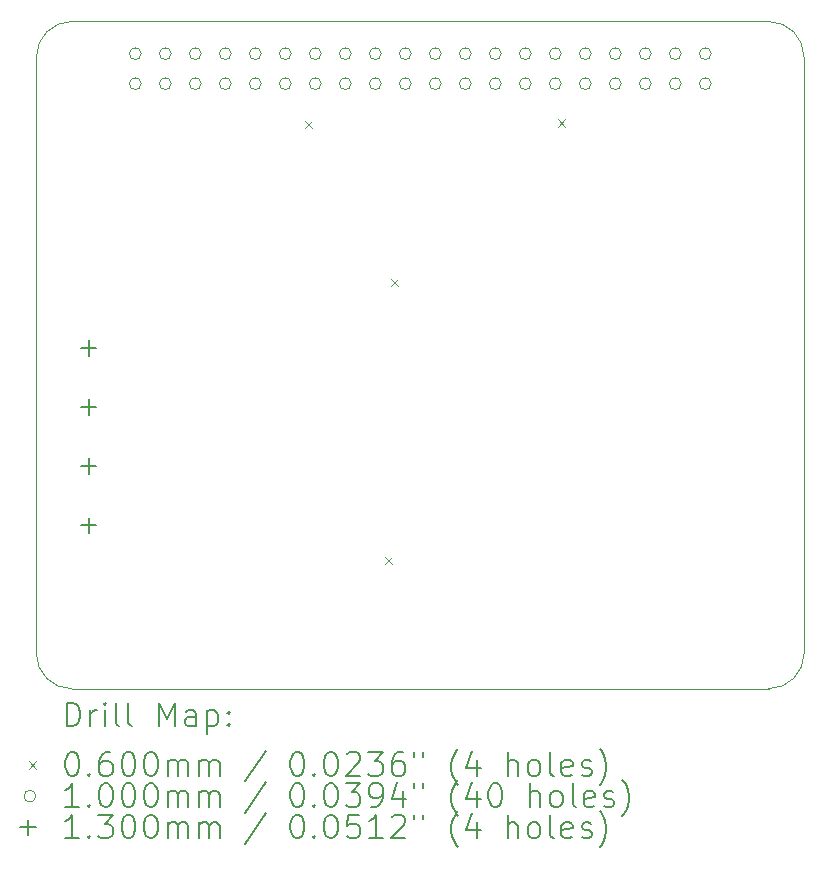
<source format=gbr>
%TF.GenerationSoftware,KiCad,Pcbnew,8.0.6-8.0.6-0~ubuntu22.04.1*%
%TF.CreationDate,2024-11-13T10:01:46+01:00*%
%TF.ProjectId,INA228_hat,494e4132-3238-45f6-9861-742e6b696361,rev?*%
%TF.SameCoordinates,Original*%
%TF.FileFunction,Drillmap*%
%TF.FilePolarity,Positive*%
%FSLAX45Y45*%
G04 Gerber Fmt 4.5, Leading zero omitted, Abs format (unit mm)*
G04 Created by KiCad (PCBNEW 8.0.6-8.0.6-0~ubuntu22.04.1) date 2024-11-13 10:01:46*
%MOMM*%
%LPD*%
G01*
G04 APERTURE LIST*
%ADD10C,0.100000*%
%ADD11C,0.200000*%
%ADD12C,0.130000*%
G04 APERTURE END LIST*
D10*
X16200000Y-4350000D02*
X10300000Y-4350000D01*
X16500000Y-9700000D02*
X16500000Y-4650000D01*
X10000000Y-4650000D02*
X10000000Y-6300000D01*
X10000000Y-4650000D02*
G75*
G02*
X10300000Y-4350000I300000J0D01*
G01*
X16200000Y-4350000D02*
G75*
G02*
X16500000Y-4650000I0J-300000D01*
G01*
X10300000Y-10000000D02*
G75*
G02*
X10000000Y-9700000I0J300000D01*
G01*
X10300000Y-10000000D02*
X16200000Y-10000000D01*
X16500000Y-9700000D02*
G75*
G02*
X16200000Y-10000000I-300000J0D01*
G01*
X10000000Y-6300000D02*
X10000000Y-9700000D01*
D11*
D10*
X12272500Y-5195000D02*
X12332500Y-5255000D01*
X12332500Y-5195000D02*
X12272500Y-5255000D01*
X12955000Y-8885000D02*
X13015000Y-8945000D01*
X13015000Y-8885000D02*
X12955000Y-8945000D01*
X13000000Y-6532500D02*
X13060000Y-6592500D01*
X13060000Y-6532500D02*
X13000000Y-6592500D01*
X14417500Y-5180000D02*
X14477500Y-5240000D01*
X14477500Y-5180000D02*
X14417500Y-5240000D01*
X10887000Y-4623000D02*
G75*
G02*
X10787000Y-4623000I-50000J0D01*
G01*
X10787000Y-4623000D02*
G75*
G02*
X10887000Y-4623000I50000J0D01*
G01*
X10887000Y-4877000D02*
G75*
G02*
X10787000Y-4877000I-50000J0D01*
G01*
X10787000Y-4877000D02*
G75*
G02*
X10887000Y-4877000I50000J0D01*
G01*
X11141000Y-4623000D02*
G75*
G02*
X11041000Y-4623000I-50000J0D01*
G01*
X11041000Y-4623000D02*
G75*
G02*
X11141000Y-4623000I50000J0D01*
G01*
X11141000Y-4877000D02*
G75*
G02*
X11041000Y-4877000I-50000J0D01*
G01*
X11041000Y-4877000D02*
G75*
G02*
X11141000Y-4877000I50000J0D01*
G01*
X11395000Y-4623000D02*
G75*
G02*
X11295000Y-4623000I-50000J0D01*
G01*
X11295000Y-4623000D02*
G75*
G02*
X11395000Y-4623000I50000J0D01*
G01*
X11395000Y-4877000D02*
G75*
G02*
X11295000Y-4877000I-50000J0D01*
G01*
X11295000Y-4877000D02*
G75*
G02*
X11395000Y-4877000I50000J0D01*
G01*
X11649000Y-4623000D02*
G75*
G02*
X11549000Y-4623000I-50000J0D01*
G01*
X11549000Y-4623000D02*
G75*
G02*
X11649000Y-4623000I50000J0D01*
G01*
X11649000Y-4877000D02*
G75*
G02*
X11549000Y-4877000I-50000J0D01*
G01*
X11549000Y-4877000D02*
G75*
G02*
X11649000Y-4877000I50000J0D01*
G01*
X11903000Y-4623000D02*
G75*
G02*
X11803000Y-4623000I-50000J0D01*
G01*
X11803000Y-4623000D02*
G75*
G02*
X11903000Y-4623000I50000J0D01*
G01*
X11903000Y-4877000D02*
G75*
G02*
X11803000Y-4877000I-50000J0D01*
G01*
X11803000Y-4877000D02*
G75*
G02*
X11903000Y-4877000I50000J0D01*
G01*
X12157000Y-4623000D02*
G75*
G02*
X12057000Y-4623000I-50000J0D01*
G01*
X12057000Y-4623000D02*
G75*
G02*
X12157000Y-4623000I50000J0D01*
G01*
X12157000Y-4877000D02*
G75*
G02*
X12057000Y-4877000I-50000J0D01*
G01*
X12057000Y-4877000D02*
G75*
G02*
X12157000Y-4877000I50000J0D01*
G01*
X12411000Y-4623000D02*
G75*
G02*
X12311000Y-4623000I-50000J0D01*
G01*
X12311000Y-4623000D02*
G75*
G02*
X12411000Y-4623000I50000J0D01*
G01*
X12411000Y-4877000D02*
G75*
G02*
X12311000Y-4877000I-50000J0D01*
G01*
X12311000Y-4877000D02*
G75*
G02*
X12411000Y-4877000I50000J0D01*
G01*
X12665000Y-4623000D02*
G75*
G02*
X12565000Y-4623000I-50000J0D01*
G01*
X12565000Y-4623000D02*
G75*
G02*
X12665000Y-4623000I50000J0D01*
G01*
X12665000Y-4877000D02*
G75*
G02*
X12565000Y-4877000I-50000J0D01*
G01*
X12565000Y-4877000D02*
G75*
G02*
X12665000Y-4877000I50000J0D01*
G01*
X12919000Y-4623000D02*
G75*
G02*
X12819000Y-4623000I-50000J0D01*
G01*
X12819000Y-4623000D02*
G75*
G02*
X12919000Y-4623000I50000J0D01*
G01*
X12919000Y-4877000D02*
G75*
G02*
X12819000Y-4877000I-50000J0D01*
G01*
X12819000Y-4877000D02*
G75*
G02*
X12919000Y-4877000I50000J0D01*
G01*
X13173000Y-4623000D02*
G75*
G02*
X13073000Y-4623000I-50000J0D01*
G01*
X13073000Y-4623000D02*
G75*
G02*
X13173000Y-4623000I50000J0D01*
G01*
X13173000Y-4877000D02*
G75*
G02*
X13073000Y-4877000I-50000J0D01*
G01*
X13073000Y-4877000D02*
G75*
G02*
X13173000Y-4877000I50000J0D01*
G01*
X13427000Y-4623000D02*
G75*
G02*
X13327000Y-4623000I-50000J0D01*
G01*
X13327000Y-4623000D02*
G75*
G02*
X13427000Y-4623000I50000J0D01*
G01*
X13427000Y-4877000D02*
G75*
G02*
X13327000Y-4877000I-50000J0D01*
G01*
X13327000Y-4877000D02*
G75*
G02*
X13427000Y-4877000I50000J0D01*
G01*
X13681000Y-4623000D02*
G75*
G02*
X13581000Y-4623000I-50000J0D01*
G01*
X13581000Y-4623000D02*
G75*
G02*
X13681000Y-4623000I50000J0D01*
G01*
X13681000Y-4877000D02*
G75*
G02*
X13581000Y-4877000I-50000J0D01*
G01*
X13581000Y-4877000D02*
G75*
G02*
X13681000Y-4877000I50000J0D01*
G01*
X13935000Y-4623000D02*
G75*
G02*
X13835000Y-4623000I-50000J0D01*
G01*
X13835000Y-4623000D02*
G75*
G02*
X13935000Y-4623000I50000J0D01*
G01*
X13935000Y-4877000D02*
G75*
G02*
X13835000Y-4877000I-50000J0D01*
G01*
X13835000Y-4877000D02*
G75*
G02*
X13935000Y-4877000I50000J0D01*
G01*
X14189000Y-4623000D02*
G75*
G02*
X14089000Y-4623000I-50000J0D01*
G01*
X14089000Y-4623000D02*
G75*
G02*
X14189000Y-4623000I50000J0D01*
G01*
X14189000Y-4877000D02*
G75*
G02*
X14089000Y-4877000I-50000J0D01*
G01*
X14089000Y-4877000D02*
G75*
G02*
X14189000Y-4877000I50000J0D01*
G01*
X14443000Y-4623000D02*
G75*
G02*
X14343000Y-4623000I-50000J0D01*
G01*
X14343000Y-4623000D02*
G75*
G02*
X14443000Y-4623000I50000J0D01*
G01*
X14443000Y-4877000D02*
G75*
G02*
X14343000Y-4877000I-50000J0D01*
G01*
X14343000Y-4877000D02*
G75*
G02*
X14443000Y-4877000I50000J0D01*
G01*
X14697000Y-4623000D02*
G75*
G02*
X14597000Y-4623000I-50000J0D01*
G01*
X14597000Y-4623000D02*
G75*
G02*
X14697000Y-4623000I50000J0D01*
G01*
X14697000Y-4877000D02*
G75*
G02*
X14597000Y-4877000I-50000J0D01*
G01*
X14597000Y-4877000D02*
G75*
G02*
X14697000Y-4877000I50000J0D01*
G01*
X14951000Y-4623000D02*
G75*
G02*
X14851000Y-4623000I-50000J0D01*
G01*
X14851000Y-4623000D02*
G75*
G02*
X14951000Y-4623000I50000J0D01*
G01*
X14951000Y-4877000D02*
G75*
G02*
X14851000Y-4877000I-50000J0D01*
G01*
X14851000Y-4877000D02*
G75*
G02*
X14951000Y-4877000I50000J0D01*
G01*
X15205000Y-4623000D02*
G75*
G02*
X15105000Y-4623000I-50000J0D01*
G01*
X15105000Y-4623000D02*
G75*
G02*
X15205000Y-4623000I50000J0D01*
G01*
X15205000Y-4877000D02*
G75*
G02*
X15105000Y-4877000I-50000J0D01*
G01*
X15105000Y-4877000D02*
G75*
G02*
X15205000Y-4877000I50000J0D01*
G01*
X15459000Y-4623000D02*
G75*
G02*
X15359000Y-4623000I-50000J0D01*
G01*
X15359000Y-4623000D02*
G75*
G02*
X15459000Y-4623000I50000J0D01*
G01*
X15459000Y-4877000D02*
G75*
G02*
X15359000Y-4877000I-50000J0D01*
G01*
X15359000Y-4877000D02*
G75*
G02*
X15459000Y-4877000I50000J0D01*
G01*
X15713000Y-4623000D02*
G75*
G02*
X15613000Y-4623000I-50000J0D01*
G01*
X15613000Y-4623000D02*
G75*
G02*
X15713000Y-4623000I50000J0D01*
G01*
X15713000Y-4877000D02*
G75*
G02*
X15613000Y-4877000I-50000J0D01*
G01*
X15613000Y-4877000D02*
G75*
G02*
X15713000Y-4877000I50000J0D01*
G01*
D12*
X10442500Y-7050000D02*
X10442500Y-7180000D01*
X10377500Y-7115000D02*
X10507500Y-7115000D01*
X10442500Y-7550000D02*
X10442500Y-7680000D01*
X10377500Y-7615000D02*
X10507500Y-7615000D01*
X10442500Y-8050000D02*
X10442500Y-8180000D01*
X10377500Y-8115000D02*
X10507500Y-8115000D01*
X10442500Y-8550000D02*
X10442500Y-8680000D01*
X10377500Y-8615000D02*
X10507500Y-8615000D01*
D11*
X10255777Y-10316484D02*
X10255777Y-10116484D01*
X10255777Y-10116484D02*
X10303396Y-10116484D01*
X10303396Y-10116484D02*
X10331967Y-10126008D01*
X10331967Y-10126008D02*
X10351015Y-10145055D01*
X10351015Y-10145055D02*
X10360539Y-10164103D01*
X10360539Y-10164103D02*
X10370063Y-10202198D01*
X10370063Y-10202198D02*
X10370063Y-10230770D01*
X10370063Y-10230770D02*
X10360539Y-10268865D01*
X10360539Y-10268865D02*
X10351015Y-10287912D01*
X10351015Y-10287912D02*
X10331967Y-10306960D01*
X10331967Y-10306960D02*
X10303396Y-10316484D01*
X10303396Y-10316484D02*
X10255777Y-10316484D01*
X10455777Y-10316484D02*
X10455777Y-10183150D01*
X10455777Y-10221246D02*
X10465301Y-10202198D01*
X10465301Y-10202198D02*
X10474824Y-10192674D01*
X10474824Y-10192674D02*
X10493872Y-10183150D01*
X10493872Y-10183150D02*
X10512920Y-10183150D01*
X10579586Y-10316484D02*
X10579586Y-10183150D01*
X10579586Y-10116484D02*
X10570063Y-10126008D01*
X10570063Y-10126008D02*
X10579586Y-10135531D01*
X10579586Y-10135531D02*
X10589110Y-10126008D01*
X10589110Y-10126008D02*
X10579586Y-10116484D01*
X10579586Y-10116484D02*
X10579586Y-10135531D01*
X10703396Y-10316484D02*
X10684348Y-10306960D01*
X10684348Y-10306960D02*
X10674824Y-10287912D01*
X10674824Y-10287912D02*
X10674824Y-10116484D01*
X10808158Y-10316484D02*
X10789110Y-10306960D01*
X10789110Y-10306960D02*
X10779586Y-10287912D01*
X10779586Y-10287912D02*
X10779586Y-10116484D01*
X11036729Y-10316484D02*
X11036729Y-10116484D01*
X11036729Y-10116484D02*
X11103396Y-10259341D01*
X11103396Y-10259341D02*
X11170063Y-10116484D01*
X11170063Y-10116484D02*
X11170063Y-10316484D01*
X11351015Y-10316484D02*
X11351015Y-10211722D01*
X11351015Y-10211722D02*
X11341491Y-10192674D01*
X11341491Y-10192674D02*
X11322443Y-10183150D01*
X11322443Y-10183150D02*
X11284348Y-10183150D01*
X11284348Y-10183150D02*
X11265301Y-10192674D01*
X11351015Y-10306960D02*
X11331967Y-10316484D01*
X11331967Y-10316484D02*
X11284348Y-10316484D01*
X11284348Y-10316484D02*
X11265301Y-10306960D01*
X11265301Y-10306960D02*
X11255777Y-10287912D01*
X11255777Y-10287912D02*
X11255777Y-10268865D01*
X11255777Y-10268865D02*
X11265301Y-10249817D01*
X11265301Y-10249817D02*
X11284348Y-10240293D01*
X11284348Y-10240293D02*
X11331967Y-10240293D01*
X11331967Y-10240293D02*
X11351015Y-10230770D01*
X11446253Y-10183150D02*
X11446253Y-10383150D01*
X11446253Y-10192674D02*
X11465301Y-10183150D01*
X11465301Y-10183150D02*
X11503396Y-10183150D01*
X11503396Y-10183150D02*
X11522443Y-10192674D01*
X11522443Y-10192674D02*
X11531967Y-10202198D01*
X11531967Y-10202198D02*
X11541491Y-10221246D01*
X11541491Y-10221246D02*
X11541491Y-10278389D01*
X11541491Y-10278389D02*
X11531967Y-10297436D01*
X11531967Y-10297436D02*
X11522443Y-10306960D01*
X11522443Y-10306960D02*
X11503396Y-10316484D01*
X11503396Y-10316484D02*
X11465301Y-10316484D01*
X11465301Y-10316484D02*
X11446253Y-10306960D01*
X11627205Y-10297436D02*
X11636729Y-10306960D01*
X11636729Y-10306960D02*
X11627205Y-10316484D01*
X11627205Y-10316484D02*
X11617682Y-10306960D01*
X11617682Y-10306960D02*
X11627205Y-10297436D01*
X11627205Y-10297436D02*
X11627205Y-10316484D01*
X11627205Y-10192674D02*
X11636729Y-10202198D01*
X11636729Y-10202198D02*
X11627205Y-10211722D01*
X11627205Y-10211722D02*
X11617682Y-10202198D01*
X11617682Y-10202198D02*
X11627205Y-10192674D01*
X11627205Y-10192674D02*
X11627205Y-10211722D01*
D10*
X9935000Y-10615000D02*
X9995000Y-10675000D01*
X9995000Y-10615000D02*
X9935000Y-10675000D01*
D11*
X10293872Y-10536484D02*
X10312920Y-10536484D01*
X10312920Y-10536484D02*
X10331967Y-10546008D01*
X10331967Y-10546008D02*
X10341491Y-10555531D01*
X10341491Y-10555531D02*
X10351015Y-10574579D01*
X10351015Y-10574579D02*
X10360539Y-10612674D01*
X10360539Y-10612674D02*
X10360539Y-10660293D01*
X10360539Y-10660293D02*
X10351015Y-10698389D01*
X10351015Y-10698389D02*
X10341491Y-10717436D01*
X10341491Y-10717436D02*
X10331967Y-10726960D01*
X10331967Y-10726960D02*
X10312920Y-10736484D01*
X10312920Y-10736484D02*
X10293872Y-10736484D01*
X10293872Y-10736484D02*
X10274824Y-10726960D01*
X10274824Y-10726960D02*
X10265301Y-10717436D01*
X10265301Y-10717436D02*
X10255777Y-10698389D01*
X10255777Y-10698389D02*
X10246253Y-10660293D01*
X10246253Y-10660293D02*
X10246253Y-10612674D01*
X10246253Y-10612674D02*
X10255777Y-10574579D01*
X10255777Y-10574579D02*
X10265301Y-10555531D01*
X10265301Y-10555531D02*
X10274824Y-10546008D01*
X10274824Y-10546008D02*
X10293872Y-10536484D01*
X10446253Y-10717436D02*
X10455777Y-10726960D01*
X10455777Y-10726960D02*
X10446253Y-10736484D01*
X10446253Y-10736484D02*
X10436729Y-10726960D01*
X10436729Y-10726960D02*
X10446253Y-10717436D01*
X10446253Y-10717436D02*
X10446253Y-10736484D01*
X10627205Y-10536484D02*
X10589110Y-10536484D01*
X10589110Y-10536484D02*
X10570063Y-10546008D01*
X10570063Y-10546008D02*
X10560539Y-10555531D01*
X10560539Y-10555531D02*
X10541491Y-10584103D01*
X10541491Y-10584103D02*
X10531967Y-10622198D01*
X10531967Y-10622198D02*
X10531967Y-10698389D01*
X10531967Y-10698389D02*
X10541491Y-10717436D01*
X10541491Y-10717436D02*
X10551015Y-10726960D01*
X10551015Y-10726960D02*
X10570063Y-10736484D01*
X10570063Y-10736484D02*
X10608158Y-10736484D01*
X10608158Y-10736484D02*
X10627205Y-10726960D01*
X10627205Y-10726960D02*
X10636729Y-10717436D01*
X10636729Y-10717436D02*
X10646253Y-10698389D01*
X10646253Y-10698389D02*
X10646253Y-10650770D01*
X10646253Y-10650770D02*
X10636729Y-10631722D01*
X10636729Y-10631722D02*
X10627205Y-10622198D01*
X10627205Y-10622198D02*
X10608158Y-10612674D01*
X10608158Y-10612674D02*
X10570063Y-10612674D01*
X10570063Y-10612674D02*
X10551015Y-10622198D01*
X10551015Y-10622198D02*
X10541491Y-10631722D01*
X10541491Y-10631722D02*
X10531967Y-10650770D01*
X10770063Y-10536484D02*
X10789110Y-10536484D01*
X10789110Y-10536484D02*
X10808158Y-10546008D01*
X10808158Y-10546008D02*
X10817682Y-10555531D01*
X10817682Y-10555531D02*
X10827205Y-10574579D01*
X10827205Y-10574579D02*
X10836729Y-10612674D01*
X10836729Y-10612674D02*
X10836729Y-10660293D01*
X10836729Y-10660293D02*
X10827205Y-10698389D01*
X10827205Y-10698389D02*
X10817682Y-10717436D01*
X10817682Y-10717436D02*
X10808158Y-10726960D01*
X10808158Y-10726960D02*
X10789110Y-10736484D01*
X10789110Y-10736484D02*
X10770063Y-10736484D01*
X10770063Y-10736484D02*
X10751015Y-10726960D01*
X10751015Y-10726960D02*
X10741491Y-10717436D01*
X10741491Y-10717436D02*
X10731967Y-10698389D01*
X10731967Y-10698389D02*
X10722444Y-10660293D01*
X10722444Y-10660293D02*
X10722444Y-10612674D01*
X10722444Y-10612674D02*
X10731967Y-10574579D01*
X10731967Y-10574579D02*
X10741491Y-10555531D01*
X10741491Y-10555531D02*
X10751015Y-10546008D01*
X10751015Y-10546008D02*
X10770063Y-10536484D01*
X10960539Y-10536484D02*
X10979586Y-10536484D01*
X10979586Y-10536484D02*
X10998634Y-10546008D01*
X10998634Y-10546008D02*
X11008158Y-10555531D01*
X11008158Y-10555531D02*
X11017682Y-10574579D01*
X11017682Y-10574579D02*
X11027205Y-10612674D01*
X11027205Y-10612674D02*
X11027205Y-10660293D01*
X11027205Y-10660293D02*
X11017682Y-10698389D01*
X11017682Y-10698389D02*
X11008158Y-10717436D01*
X11008158Y-10717436D02*
X10998634Y-10726960D01*
X10998634Y-10726960D02*
X10979586Y-10736484D01*
X10979586Y-10736484D02*
X10960539Y-10736484D01*
X10960539Y-10736484D02*
X10941491Y-10726960D01*
X10941491Y-10726960D02*
X10931967Y-10717436D01*
X10931967Y-10717436D02*
X10922444Y-10698389D01*
X10922444Y-10698389D02*
X10912920Y-10660293D01*
X10912920Y-10660293D02*
X10912920Y-10612674D01*
X10912920Y-10612674D02*
X10922444Y-10574579D01*
X10922444Y-10574579D02*
X10931967Y-10555531D01*
X10931967Y-10555531D02*
X10941491Y-10546008D01*
X10941491Y-10546008D02*
X10960539Y-10536484D01*
X11112920Y-10736484D02*
X11112920Y-10603150D01*
X11112920Y-10622198D02*
X11122444Y-10612674D01*
X11122444Y-10612674D02*
X11141491Y-10603150D01*
X11141491Y-10603150D02*
X11170063Y-10603150D01*
X11170063Y-10603150D02*
X11189110Y-10612674D01*
X11189110Y-10612674D02*
X11198634Y-10631722D01*
X11198634Y-10631722D02*
X11198634Y-10736484D01*
X11198634Y-10631722D02*
X11208158Y-10612674D01*
X11208158Y-10612674D02*
X11227205Y-10603150D01*
X11227205Y-10603150D02*
X11255777Y-10603150D01*
X11255777Y-10603150D02*
X11274824Y-10612674D01*
X11274824Y-10612674D02*
X11284348Y-10631722D01*
X11284348Y-10631722D02*
X11284348Y-10736484D01*
X11379586Y-10736484D02*
X11379586Y-10603150D01*
X11379586Y-10622198D02*
X11389110Y-10612674D01*
X11389110Y-10612674D02*
X11408158Y-10603150D01*
X11408158Y-10603150D02*
X11436729Y-10603150D01*
X11436729Y-10603150D02*
X11455777Y-10612674D01*
X11455777Y-10612674D02*
X11465301Y-10631722D01*
X11465301Y-10631722D02*
X11465301Y-10736484D01*
X11465301Y-10631722D02*
X11474824Y-10612674D01*
X11474824Y-10612674D02*
X11493872Y-10603150D01*
X11493872Y-10603150D02*
X11522443Y-10603150D01*
X11522443Y-10603150D02*
X11541491Y-10612674D01*
X11541491Y-10612674D02*
X11551015Y-10631722D01*
X11551015Y-10631722D02*
X11551015Y-10736484D01*
X11941491Y-10526960D02*
X11770063Y-10784103D01*
X12198634Y-10536484D02*
X12217682Y-10536484D01*
X12217682Y-10536484D02*
X12236729Y-10546008D01*
X12236729Y-10546008D02*
X12246253Y-10555531D01*
X12246253Y-10555531D02*
X12255777Y-10574579D01*
X12255777Y-10574579D02*
X12265301Y-10612674D01*
X12265301Y-10612674D02*
X12265301Y-10660293D01*
X12265301Y-10660293D02*
X12255777Y-10698389D01*
X12255777Y-10698389D02*
X12246253Y-10717436D01*
X12246253Y-10717436D02*
X12236729Y-10726960D01*
X12236729Y-10726960D02*
X12217682Y-10736484D01*
X12217682Y-10736484D02*
X12198634Y-10736484D01*
X12198634Y-10736484D02*
X12179586Y-10726960D01*
X12179586Y-10726960D02*
X12170063Y-10717436D01*
X12170063Y-10717436D02*
X12160539Y-10698389D01*
X12160539Y-10698389D02*
X12151015Y-10660293D01*
X12151015Y-10660293D02*
X12151015Y-10612674D01*
X12151015Y-10612674D02*
X12160539Y-10574579D01*
X12160539Y-10574579D02*
X12170063Y-10555531D01*
X12170063Y-10555531D02*
X12179586Y-10546008D01*
X12179586Y-10546008D02*
X12198634Y-10536484D01*
X12351015Y-10717436D02*
X12360539Y-10726960D01*
X12360539Y-10726960D02*
X12351015Y-10736484D01*
X12351015Y-10736484D02*
X12341491Y-10726960D01*
X12341491Y-10726960D02*
X12351015Y-10717436D01*
X12351015Y-10717436D02*
X12351015Y-10736484D01*
X12484348Y-10536484D02*
X12503396Y-10536484D01*
X12503396Y-10536484D02*
X12522444Y-10546008D01*
X12522444Y-10546008D02*
X12531967Y-10555531D01*
X12531967Y-10555531D02*
X12541491Y-10574579D01*
X12541491Y-10574579D02*
X12551015Y-10612674D01*
X12551015Y-10612674D02*
X12551015Y-10660293D01*
X12551015Y-10660293D02*
X12541491Y-10698389D01*
X12541491Y-10698389D02*
X12531967Y-10717436D01*
X12531967Y-10717436D02*
X12522444Y-10726960D01*
X12522444Y-10726960D02*
X12503396Y-10736484D01*
X12503396Y-10736484D02*
X12484348Y-10736484D01*
X12484348Y-10736484D02*
X12465301Y-10726960D01*
X12465301Y-10726960D02*
X12455777Y-10717436D01*
X12455777Y-10717436D02*
X12446253Y-10698389D01*
X12446253Y-10698389D02*
X12436729Y-10660293D01*
X12436729Y-10660293D02*
X12436729Y-10612674D01*
X12436729Y-10612674D02*
X12446253Y-10574579D01*
X12446253Y-10574579D02*
X12455777Y-10555531D01*
X12455777Y-10555531D02*
X12465301Y-10546008D01*
X12465301Y-10546008D02*
X12484348Y-10536484D01*
X12627206Y-10555531D02*
X12636729Y-10546008D01*
X12636729Y-10546008D02*
X12655777Y-10536484D01*
X12655777Y-10536484D02*
X12703396Y-10536484D01*
X12703396Y-10536484D02*
X12722444Y-10546008D01*
X12722444Y-10546008D02*
X12731967Y-10555531D01*
X12731967Y-10555531D02*
X12741491Y-10574579D01*
X12741491Y-10574579D02*
X12741491Y-10593627D01*
X12741491Y-10593627D02*
X12731967Y-10622198D01*
X12731967Y-10622198D02*
X12617682Y-10736484D01*
X12617682Y-10736484D02*
X12741491Y-10736484D01*
X12808158Y-10536484D02*
X12931967Y-10536484D01*
X12931967Y-10536484D02*
X12865301Y-10612674D01*
X12865301Y-10612674D02*
X12893872Y-10612674D01*
X12893872Y-10612674D02*
X12912920Y-10622198D01*
X12912920Y-10622198D02*
X12922444Y-10631722D01*
X12922444Y-10631722D02*
X12931967Y-10650770D01*
X12931967Y-10650770D02*
X12931967Y-10698389D01*
X12931967Y-10698389D02*
X12922444Y-10717436D01*
X12922444Y-10717436D02*
X12912920Y-10726960D01*
X12912920Y-10726960D02*
X12893872Y-10736484D01*
X12893872Y-10736484D02*
X12836729Y-10736484D01*
X12836729Y-10736484D02*
X12817682Y-10726960D01*
X12817682Y-10726960D02*
X12808158Y-10717436D01*
X13103396Y-10536484D02*
X13065301Y-10536484D01*
X13065301Y-10536484D02*
X13046253Y-10546008D01*
X13046253Y-10546008D02*
X13036729Y-10555531D01*
X13036729Y-10555531D02*
X13017682Y-10584103D01*
X13017682Y-10584103D02*
X13008158Y-10622198D01*
X13008158Y-10622198D02*
X13008158Y-10698389D01*
X13008158Y-10698389D02*
X13017682Y-10717436D01*
X13017682Y-10717436D02*
X13027206Y-10726960D01*
X13027206Y-10726960D02*
X13046253Y-10736484D01*
X13046253Y-10736484D02*
X13084348Y-10736484D01*
X13084348Y-10736484D02*
X13103396Y-10726960D01*
X13103396Y-10726960D02*
X13112920Y-10717436D01*
X13112920Y-10717436D02*
X13122444Y-10698389D01*
X13122444Y-10698389D02*
X13122444Y-10650770D01*
X13122444Y-10650770D02*
X13112920Y-10631722D01*
X13112920Y-10631722D02*
X13103396Y-10622198D01*
X13103396Y-10622198D02*
X13084348Y-10612674D01*
X13084348Y-10612674D02*
X13046253Y-10612674D01*
X13046253Y-10612674D02*
X13027206Y-10622198D01*
X13027206Y-10622198D02*
X13017682Y-10631722D01*
X13017682Y-10631722D02*
X13008158Y-10650770D01*
X13198634Y-10536484D02*
X13198634Y-10574579D01*
X13274825Y-10536484D02*
X13274825Y-10574579D01*
X13570063Y-10812674D02*
X13560539Y-10803150D01*
X13560539Y-10803150D02*
X13541491Y-10774579D01*
X13541491Y-10774579D02*
X13531968Y-10755531D01*
X13531968Y-10755531D02*
X13522444Y-10726960D01*
X13522444Y-10726960D02*
X13512920Y-10679341D01*
X13512920Y-10679341D02*
X13512920Y-10641246D01*
X13512920Y-10641246D02*
X13522444Y-10593627D01*
X13522444Y-10593627D02*
X13531968Y-10565055D01*
X13531968Y-10565055D02*
X13541491Y-10546008D01*
X13541491Y-10546008D02*
X13560539Y-10517436D01*
X13560539Y-10517436D02*
X13570063Y-10507912D01*
X13731968Y-10603150D02*
X13731968Y-10736484D01*
X13684348Y-10526960D02*
X13636729Y-10669817D01*
X13636729Y-10669817D02*
X13760539Y-10669817D01*
X13989110Y-10736484D02*
X13989110Y-10536484D01*
X14074825Y-10736484D02*
X14074825Y-10631722D01*
X14074825Y-10631722D02*
X14065301Y-10612674D01*
X14065301Y-10612674D02*
X14046253Y-10603150D01*
X14046253Y-10603150D02*
X14017682Y-10603150D01*
X14017682Y-10603150D02*
X13998634Y-10612674D01*
X13998634Y-10612674D02*
X13989110Y-10622198D01*
X14198634Y-10736484D02*
X14179587Y-10726960D01*
X14179587Y-10726960D02*
X14170063Y-10717436D01*
X14170063Y-10717436D02*
X14160539Y-10698389D01*
X14160539Y-10698389D02*
X14160539Y-10641246D01*
X14160539Y-10641246D02*
X14170063Y-10622198D01*
X14170063Y-10622198D02*
X14179587Y-10612674D01*
X14179587Y-10612674D02*
X14198634Y-10603150D01*
X14198634Y-10603150D02*
X14227206Y-10603150D01*
X14227206Y-10603150D02*
X14246253Y-10612674D01*
X14246253Y-10612674D02*
X14255777Y-10622198D01*
X14255777Y-10622198D02*
X14265301Y-10641246D01*
X14265301Y-10641246D02*
X14265301Y-10698389D01*
X14265301Y-10698389D02*
X14255777Y-10717436D01*
X14255777Y-10717436D02*
X14246253Y-10726960D01*
X14246253Y-10726960D02*
X14227206Y-10736484D01*
X14227206Y-10736484D02*
X14198634Y-10736484D01*
X14379587Y-10736484D02*
X14360539Y-10726960D01*
X14360539Y-10726960D02*
X14351015Y-10707912D01*
X14351015Y-10707912D02*
X14351015Y-10536484D01*
X14531968Y-10726960D02*
X14512920Y-10736484D01*
X14512920Y-10736484D02*
X14474825Y-10736484D01*
X14474825Y-10736484D02*
X14455777Y-10726960D01*
X14455777Y-10726960D02*
X14446253Y-10707912D01*
X14446253Y-10707912D02*
X14446253Y-10631722D01*
X14446253Y-10631722D02*
X14455777Y-10612674D01*
X14455777Y-10612674D02*
X14474825Y-10603150D01*
X14474825Y-10603150D02*
X14512920Y-10603150D01*
X14512920Y-10603150D02*
X14531968Y-10612674D01*
X14531968Y-10612674D02*
X14541491Y-10631722D01*
X14541491Y-10631722D02*
X14541491Y-10650770D01*
X14541491Y-10650770D02*
X14446253Y-10669817D01*
X14617682Y-10726960D02*
X14636730Y-10736484D01*
X14636730Y-10736484D02*
X14674825Y-10736484D01*
X14674825Y-10736484D02*
X14693872Y-10726960D01*
X14693872Y-10726960D02*
X14703396Y-10707912D01*
X14703396Y-10707912D02*
X14703396Y-10698389D01*
X14703396Y-10698389D02*
X14693872Y-10679341D01*
X14693872Y-10679341D02*
X14674825Y-10669817D01*
X14674825Y-10669817D02*
X14646253Y-10669817D01*
X14646253Y-10669817D02*
X14627206Y-10660293D01*
X14627206Y-10660293D02*
X14617682Y-10641246D01*
X14617682Y-10641246D02*
X14617682Y-10631722D01*
X14617682Y-10631722D02*
X14627206Y-10612674D01*
X14627206Y-10612674D02*
X14646253Y-10603150D01*
X14646253Y-10603150D02*
X14674825Y-10603150D01*
X14674825Y-10603150D02*
X14693872Y-10612674D01*
X14770063Y-10812674D02*
X14779587Y-10803150D01*
X14779587Y-10803150D02*
X14798634Y-10774579D01*
X14798634Y-10774579D02*
X14808158Y-10755531D01*
X14808158Y-10755531D02*
X14817682Y-10726960D01*
X14817682Y-10726960D02*
X14827206Y-10679341D01*
X14827206Y-10679341D02*
X14827206Y-10641246D01*
X14827206Y-10641246D02*
X14817682Y-10593627D01*
X14817682Y-10593627D02*
X14808158Y-10565055D01*
X14808158Y-10565055D02*
X14798634Y-10546008D01*
X14798634Y-10546008D02*
X14779587Y-10517436D01*
X14779587Y-10517436D02*
X14770063Y-10507912D01*
D10*
X9995000Y-10909000D02*
G75*
G02*
X9895000Y-10909000I-50000J0D01*
G01*
X9895000Y-10909000D02*
G75*
G02*
X9995000Y-10909000I50000J0D01*
G01*
D11*
X10360539Y-11000484D02*
X10246253Y-11000484D01*
X10303396Y-11000484D02*
X10303396Y-10800484D01*
X10303396Y-10800484D02*
X10284348Y-10829055D01*
X10284348Y-10829055D02*
X10265301Y-10848103D01*
X10265301Y-10848103D02*
X10246253Y-10857627D01*
X10446253Y-10981436D02*
X10455777Y-10990960D01*
X10455777Y-10990960D02*
X10446253Y-11000484D01*
X10446253Y-11000484D02*
X10436729Y-10990960D01*
X10436729Y-10990960D02*
X10446253Y-10981436D01*
X10446253Y-10981436D02*
X10446253Y-11000484D01*
X10579586Y-10800484D02*
X10598634Y-10800484D01*
X10598634Y-10800484D02*
X10617682Y-10810008D01*
X10617682Y-10810008D02*
X10627205Y-10819531D01*
X10627205Y-10819531D02*
X10636729Y-10838579D01*
X10636729Y-10838579D02*
X10646253Y-10876674D01*
X10646253Y-10876674D02*
X10646253Y-10924293D01*
X10646253Y-10924293D02*
X10636729Y-10962389D01*
X10636729Y-10962389D02*
X10627205Y-10981436D01*
X10627205Y-10981436D02*
X10617682Y-10990960D01*
X10617682Y-10990960D02*
X10598634Y-11000484D01*
X10598634Y-11000484D02*
X10579586Y-11000484D01*
X10579586Y-11000484D02*
X10560539Y-10990960D01*
X10560539Y-10990960D02*
X10551015Y-10981436D01*
X10551015Y-10981436D02*
X10541491Y-10962389D01*
X10541491Y-10962389D02*
X10531967Y-10924293D01*
X10531967Y-10924293D02*
X10531967Y-10876674D01*
X10531967Y-10876674D02*
X10541491Y-10838579D01*
X10541491Y-10838579D02*
X10551015Y-10819531D01*
X10551015Y-10819531D02*
X10560539Y-10810008D01*
X10560539Y-10810008D02*
X10579586Y-10800484D01*
X10770063Y-10800484D02*
X10789110Y-10800484D01*
X10789110Y-10800484D02*
X10808158Y-10810008D01*
X10808158Y-10810008D02*
X10817682Y-10819531D01*
X10817682Y-10819531D02*
X10827205Y-10838579D01*
X10827205Y-10838579D02*
X10836729Y-10876674D01*
X10836729Y-10876674D02*
X10836729Y-10924293D01*
X10836729Y-10924293D02*
X10827205Y-10962389D01*
X10827205Y-10962389D02*
X10817682Y-10981436D01*
X10817682Y-10981436D02*
X10808158Y-10990960D01*
X10808158Y-10990960D02*
X10789110Y-11000484D01*
X10789110Y-11000484D02*
X10770063Y-11000484D01*
X10770063Y-11000484D02*
X10751015Y-10990960D01*
X10751015Y-10990960D02*
X10741491Y-10981436D01*
X10741491Y-10981436D02*
X10731967Y-10962389D01*
X10731967Y-10962389D02*
X10722444Y-10924293D01*
X10722444Y-10924293D02*
X10722444Y-10876674D01*
X10722444Y-10876674D02*
X10731967Y-10838579D01*
X10731967Y-10838579D02*
X10741491Y-10819531D01*
X10741491Y-10819531D02*
X10751015Y-10810008D01*
X10751015Y-10810008D02*
X10770063Y-10800484D01*
X10960539Y-10800484D02*
X10979586Y-10800484D01*
X10979586Y-10800484D02*
X10998634Y-10810008D01*
X10998634Y-10810008D02*
X11008158Y-10819531D01*
X11008158Y-10819531D02*
X11017682Y-10838579D01*
X11017682Y-10838579D02*
X11027205Y-10876674D01*
X11027205Y-10876674D02*
X11027205Y-10924293D01*
X11027205Y-10924293D02*
X11017682Y-10962389D01*
X11017682Y-10962389D02*
X11008158Y-10981436D01*
X11008158Y-10981436D02*
X10998634Y-10990960D01*
X10998634Y-10990960D02*
X10979586Y-11000484D01*
X10979586Y-11000484D02*
X10960539Y-11000484D01*
X10960539Y-11000484D02*
X10941491Y-10990960D01*
X10941491Y-10990960D02*
X10931967Y-10981436D01*
X10931967Y-10981436D02*
X10922444Y-10962389D01*
X10922444Y-10962389D02*
X10912920Y-10924293D01*
X10912920Y-10924293D02*
X10912920Y-10876674D01*
X10912920Y-10876674D02*
X10922444Y-10838579D01*
X10922444Y-10838579D02*
X10931967Y-10819531D01*
X10931967Y-10819531D02*
X10941491Y-10810008D01*
X10941491Y-10810008D02*
X10960539Y-10800484D01*
X11112920Y-11000484D02*
X11112920Y-10867150D01*
X11112920Y-10886198D02*
X11122444Y-10876674D01*
X11122444Y-10876674D02*
X11141491Y-10867150D01*
X11141491Y-10867150D02*
X11170063Y-10867150D01*
X11170063Y-10867150D02*
X11189110Y-10876674D01*
X11189110Y-10876674D02*
X11198634Y-10895722D01*
X11198634Y-10895722D02*
X11198634Y-11000484D01*
X11198634Y-10895722D02*
X11208158Y-10876674D01*
X11208158Y-10876674D02*
X11227205Y-10867150D01*
X11227205Y-10867150D02*
X11255777Y-10867150D01*
X11255777Y-10867150D02*
X11274824Y-10876674D01*
X11274824Y-10876674D02*
X11284348Y-10895722D01*
X11284348Y-10895722D02*
X11284348Y-11000484D01*
X11379586Y-11000484D02*
X11379586Y-10867150D01*
X11379586Y-10886198D02*
X11389110Y-10876674D01*
X11389110Y-10876674D02*
X11408158Y-10867150D01*
X11408158Y-10867150D02*
X11436729Y-10867150D01*
X11436729Y-10867150D02*
X11455777Y-10876674D01*
X11455777Y-10876674D02*
X11465301Y-10895722D01*
X11465301Y-10895722D02*
X11465301Y-11000484D01*
X11465301Y-10895722D02*
X11474824Y-10876674D01*
X11474824Y-10876674D02*
X11493872Y-10867150D01*
X11493872Y-10867150D02*
X11522443Y-10867150D01*
X11522443Y-10867150D02*
X11541491Y-10876674D01*
X11541491Y-10876674D02*
X11551015Y-10895722D01*
X11551015Y-10895722D02*
X11551015Y-11000484D01*
X11941491Y-10790960D02*
X11770063Y-11048103D01*
X12198634Y-10800484D02*
X12217682Y-10800484D01*
X12217682Y-10800484D02*
X12236729Y-10810008D01*
X12236729Y-10810008D02*
X12246253Y-10819531D01*
X12246253Y-10819531D02*
X12255777Y-10838579D01*
X12255777Y-10838579D02*
X12265301Y-10876674D01*
X12265301Y-10876674D02*
X12265301Y-10924293D01*
X12265301Y-10924293D02*
X12255777Y-10962389D01*
X12255777Y-10962389D02*
X12246253Y-10981436D01*
X12246253Y-10981436D02*
X12236729Y-10990960D01*
X12236729Y-10990960D02*
X12217682Y-11000484D01*
X12217682Y-11000484D02*
X12198634Y-11000484D01*
X12198634Y-11000484D02*
X12179586Y-10990960D01*
X12179586Y-10990960D02*
X12170063Y-10981436D01*
X12170063Y-10981436D02*
X12160539Y-10962389D01*
X12160539Y-10962389D02*
X12151015Y-10924293D01*
X12151015Y-10924293D02*
X12151015Y-10876674D01*
X12151015Y-10876674D02*
X12160539Y-10838579D01*
X12160539Y-10838579D02*
X12170063Y-10819531D01*
X12170063Y-10819531D02*
X12179586Y-10810008D01*
X12179586Y-10810008D02*
X12198634Y-10800484D01*
X12351015Y-10981436D02*
X12360539Y-10990960D01*
X12360539Y-10990960D02*
X12351015Y-11000484D01*
X12351015Y-11000484D02*
X12341491Y-10990960D01*
X12341491Y-10990960D02*
X12351015Y-10981436D01*
X12351015Y-10981436D02*
X12351015Y-11000484D01*
X12484348Y-10800484D02*
X12503396Y-10800484D01*
X12503396Y-10800484D02*
X12522444Y-10810008D01*
X12522444Y-10810008D02*
X12531967Y-10819531D01*
X12531967Y-10819531D02*
X12541491Y-10838579D01*
X12541491Y-10838579D02*
X12551015Y-10876674D01*
X12551015Y-10876674D02*
X12551015Y-10924293D01*
X12551015Y-10924293D02*
X12541491Y-10962389D01*
X12541491Y-10962389D02*
X12531967Y-10981436D01*
X12531967Y-10981436D02*
X12522444Y-10990960D01*
X12522444Y-10990960D02*
X12503396Y-11000484D01*
X12503396Y-11000484D02*
X12484348Y-11000484D01*
X12484348Y-11000484D02*
X12465301Y-10990960D01*
X12465301Y-10990960D02*
X12455777Y-10981436D01*
X12455777Y-10981436D02*
X12446253Y-10962389D01*
X12446253Y-10962389D02*
X12436729Y-10924293D01*
X12436729Y-10924293D02*
X12436729Y-10876674D01*
X12436729Y-10876674D02*
X12446253Y-10838579D01*
X12446253Y-10838579D02*
X12455777Y-10819531D01*
X12455777Y-10819531D02*
X12465301Y-10810008D01*
X12465301Y-10810008D02*
X12484348Y-10800484D01*
X12617682Y-10800484D02*
X12741491Y-10800484D01*
X12741491Y-10800484D02*
X12674825Y-10876674D01*
X12674825Y-10876674D02*
X12703396Y-10876674D01*
X12703396Y-10876674D02*
X12722444Y-10886198D01*
X12722444Y-10886198D02*
X12731967Y-10895722D01*
X12731967Y-10895722D02*
X12741491Y-10914770D01*
X12741491Y-10914770D02*
X12741491Y-10962389D01*
X12741491Y-10962389D02*
X12731967Y-10981436D01*
X12731967Y-10981436D02*
X12722444Y-10990960D01*
X12722444Y-10990960D02*
X12703396Y-11000484D01*
X12703396Y-11000484D02*
X12646253Y-11000484D01*
X12646253Y-11000484D02*
X12627206Y-10990960D01*
X12627206Y-10990960D02*
X12617682Y-10981436D01*
X12836729Y-11000484D02*
X12874825Y-11000484D01*
X12874825Y-11000484D02*
X12893872Y-10990960D01*
X12893872Y-10990960D02*
X12903396Y-10981436D01*
X12903396Y-10981436D02*
X12922444Y-10952865D01*
X12922444Y-10952865D02*
X12931967Y-10914770D01*
X12931967Y-10914770D02*
X12931967Y-10838579D01*
X12931967Y-10838579D02*
X12922444Y-10819531D01*
X12922444Y-10819531D02*
X12912920Y-10810008D01*
X12912920Y-10810008D02*
X12893872Y-10800484D01*
X12893872Y-10800484D02*
X12855777Y-10800484D01*
X12855777Y-10800484D02*
X12836729Y-10810008D01*
X12836729Y-10810008D02*
X12827206Y-10819531D01*
X12827206Y-10819531D02*
X12817682Y-10838579D01*
X12817682Y-10838579D02*
X12817682Y-10886198D01*
X12817682Y-10886198D02*
X12827206Y-10905246D01*
X12827206Y-10905246D02*
X12836729Y-10914770D01*
X12836729Y-10914770D02*
X12855777Y-10924293D01*
X12855777Y-10924293D02*
X12893872Y-10924293D01*
X12893872Y-10924293D02*
X12912920Y-10914770D01*
X12912920Y-10914770D02*
X12922444Y-10905246D01*
X12922444Y-10905246D02*
X12931967Y-10886198D01*
X13103396Y-10867150D02*
X13103396Y-11000484D01*
X13055777Y-10790960D02*
X13008158Y-10933817D01*
X13008158Y-10933817D02*
X13131967Y-10933817D01*
X13198634Y-10800484D02*
X13198634Y-10838579D01*
X13274825Y-10800484D02*
X13274825Y-10838579D01*
X13570063Y-11076674D02*
X13560539Y-11067150D01*
X13560539Y-11067150D02*
X13541491Y-11038579D01*
X13541491Y-11038579D02*
X13531968Y-11019531D01*
X13531968Y-11019531D02*
X13522444Y-10990960D01*
X13522444Y-10990960D02*
X13512920Y-10943341D01*
X13512920Y-10943341D02*
X13512920Y-10905246D01*
X13512920Y-10905246D02*
X13522444Y-10857627D01*
X13522444Y-10857627D02*
X13531968Y-10829055D01*
X13531968Y-10829055D02*
X13541491Y-10810008D01*
X13541491Y-10810008D02*
X13560539Y-10781436D01*
X13560539Y-10781436D02*
X13570063Y-10771912D01*
X13731968Y-10867150D02*
X13731968Y-11000484D01*
X13684348Y-10790960D02*
X13636729Y-10933817D01*
X13636729Y-10933817D02*
X13760539Y-10933817D01*
X13874825Y-10800484D02*
X13893872Y-10800484D01*
X13893872Y-10800484D02*
X13912920Y-10810008D01*
X13912920Y-10810008D02*
X13922444Y-10819531D01*
X13922444Y-10819531D02*
X13931968Y-10838579D01*
X13931968Y-10838579D02*
X13941491Y-10876674D01*
X13941491Y-10876674D02*
X13941491Y-10924293D01*
X13941491Y-10924293D02*
X13931968Y-10962389D01*
X13931968Y-10962389D02*
X13922444Y-10981436D01*
X13922444Y-10981436D02*
X13912920Y-10990960D01*
X13912920Y-10990960D02*
X13893872Y-11000484D01*
X13893872Y-11000484D02*
X13874825Y-11000484D01*
X13874825Y-11000484D02*
X13855777Y-10990960D01*
X13855777Y-10990960D02*
X13846253Y-10981436D01*
X13846253Y-10981436D02*
X13836729Y-10962389D01*
X13836729Y-10962389D02*
X13827206Y-10924293D01*
X13827206Y-10924293D02*
X13827206Y-10876674D01*
X13827206Y-10876674D02*
X13836729Y-10838579D01*
X13836729Y-10838579D02*
X13846253Y-10819531D01*
X13846253Y-10819531D02*
X13855777Y-10810008D01*
X13855777Y-10810008D02*
X13874825Y-10800484D01*
X14179587Y-11000484D02*
X14179587Y-10800484D01*
X14265301Y-11000484D02*
X14265301Y-10895722D01*
X14265301Y-10895722D02*
X14255777Y-10876674D01*
X14255777Y-10876674D02*
X14236730Y-10867150D01*
X14236730Y-10867150D02*
X14208158Y-10867150D01*
X14208158Y-10867150D02*
X14189110Y-10876674D01*
X14189110Y-10876674D02*
X14179587Y-10886198D01*
X14389110Y-11000484D02*
X14370063Y-10990960D01*
X14370063Y-10990960D02*
X14360539Y-10981436D01*
X14360539Y-10981436D02*
X14351015Y-10962389D01*
X14351015Y-10962389D02*
X14351015Y-10905246D01*
X14351015Y-10905246D02*
X14360539Y-10886198D01*
X14360539Y-10886198D02*
X14370063Y-10876674D01*
X14370063Y-10876674D02*
X14389110Y-10867150D01*
X14389110Y-10867150D02*
X14417682Y-10867150D01*
X14417682Y-10867150D02*
X14436730Y-10876674D01*
X14436730Y-10876674D02*
X14446253Y-10886198D01*
X14446253Y-10886198D02*
X14455777Y-10905246D01*
X14455777Y-10905246D02*
X14455777Y-10962389D01*
X14455777Y-10962389D02*
X14446253Y-10981436D01*
X14446253Y-10981436D02*
X14436730Y-10990960D01*
X14436730Y-10990960D02*
X14417682Y-11000484D01*
X14417682Y-11000484D02*
X14389110Y-11000484D01*
X14570063Y-11000484D02*
X14551015Y-10990960D01*
X14551015Y-10990960D02*
X14541491Y-10971912D01*
X14541491Y-10971912D02*
X14541491Y-10800484D01*
X14722444Y-10990960D02*
X14703396Y-11000484D01*
X14703396Y-11000484D02*
X14665301Y-11000484D01*
X14665301Y-11000484D02*
X14646253Y-10990960D01*
X14646253Y-10990960D02*
X14636730Y-10971912D01*
X14636730Y-10971912D02*
X14636730Y-10895722D01*
X14636730Y-10895722D02*
X14646253Y-10876674D01*
X14646253Y-10876674D02*
X14665301Y-10867150D01*
X14665301Y-10867150D02*
X14703396Y-10867150D01*
X14703396Y-10867150D02*
X14722444Y-10876674D01*
X14722444Y-10876674D02*
X14731968Y-10895722D01*
X14731968Y-10895722D02*
X14731968Y-10914770D01*
X14731968Y-10914770D02*
X14636730Y-10933817D01*
X14808158Y-10990960D02*
X14827206Y-11000484D01*
X14827206Y-11000484D02*
X14865301Y-11000484D01*
X14865301Y-11000484D02*
X14884349Y-10990960D01*
X14884349Y-10990960D02*
X14893872Y-10971912D01*
X14893872Y-10971912D02*
X14893872Y-10962389D01*
X14893872Y-10962389D02*
X14884349Y-10943341D01*
X14884349Y-10943341D02*
X14865301Y-10933817D01*
X14865301Y-10933817D02*
X14836730Y-10933817D01*
X14836730Y-10933817D02*
X14817682Y-10924293D01*
X14817682Y-10924293D02*
X14808158Y-10905246D01*
X14808158Y-10905246D02*
X14808158Y-10895722D01*
X14808158Y-10895722D02*
X14817682Y-10876674D01*
X14817682Y-10876674D02*
X14836730Y-10867150D01*
X14836730Y-10867150D02*
X14865301Y-10867150D01*
X14865301Y-10867150D02*
X14884349Y-10876674D01*
X14960539Y-11076674D02*
X14970063Y-11067150D01*
X14970063Y-11067150D02*
X14989111Y-11038579D01*
X14989111Y-11038579D02*
X14998634Y-11019531D01*
X14998634Y-11019531D02*
X15008158Y-10990960D01*
X15008158Y-10990960D02*
X15017682Y-10943341D01*
X15017682Y-10943341D02*
X15017682Y-10905246D01*
X15017682Y-10905246D02*
X15008158Y-10857627D01*
X15008158Y-10857627D02*
X14998634Y-10829055D01*
X14998634Y-10829055D02*
X14989111Y-10810008D01*
X14989111Y-10810008D02*
X14970063Y-10781436D01*
X14970063Y-10781436D02*
X14960539Y-10771912D01*
D12*
X9930000Y-11108000D02*
X9930000Y-11238000D01*
X9865000Y-11173000D02*
X9995000Y-11173000D01*
D11*
X10360539Y-11264484D02*
X10246253Y-11264484D01*
X10303396Y-11264484D02*
X10303396Y-11064484D01*
X10303396Y-11064484D02*
X10284348Y-11093055D01*
X10284348Y-11093055D02*
X10265301Y-11112103D01*
X10265301Y-11112103D02*
X10246253Y-11121627D01*
X10446253Y-11245436D02*
X10455777Y-11254960D01*
X10455777Y-11254960D02*
X10446253Y-11264484D01*
X10446253Y-11264484D02*
X10436729Y-11254960D01*
X10436729Y-11254960D02*
X10446253Y-11245436D01*
X10446253Y-11245436D02*
X10446253Y-11264484D01*
X10522444Y-11064484D02*
X10646253Y-11064484D01*
X10646253Y-11064484D02*
X10579586Y-11140674D01*
X10579586Y-11140674D02*
X10608158Y-11140674D01*
X10608158Y-11140674D02*
X10627205Y-11150198D01*
X10627205Y-11150198D02*
X10636729Y-11159722D01*
X10636729Y-11159722D02*
X10646253Y-11178770D01*
X10646253Y-11178770D02*
X10646253Y-11226388D01*
X10646253Y-11226388D02*
X10636729Y-11245436D01*
X10636729Y-11245436D02*
X10627205Y-11254960D01*
X10627205Y-11254960D02*
X10608158Y-11264484D01*
X10608158Y-11264484D02*
X10551015Y-11264484D01*
X10551015Y-11264484D02*
X10531967Y-11254960D01*
X10531967Y-11254960D02*
X10522444Y-11245436D01*
X10770063Y-11064484D02*
X10789110Y-11064484D01*
X10789110Y-11064484D02*
X10808158Y-11074008D01*
X10808158Y-11074008D02*
X10817682Y-11083531D01*
X10817682Y-11083531D02*
X10827205Y-11102579D01*
X10827205Y-11102579D02*
X10836729Y-11140674D01*
X10836729Y-11140674D02*
X10836729Y-11188293D01*
X10836729Y-11188293D02*
X10827205Y-11226388D01*
X10827205Y-11226388D02*
X10817682Y-11245436D01*
X10817682Y-11245436D02*
X10808158Y-11254960D01*
X10808158Y-11254960D02*
X10789110Y-11264484D01*
X10789110Y-11264484D02*
X10770063Y-11264484D01*
X10770063Y-11264484D02*
X10751015Y-11254960D01*
X10751015Y-11254960D02*
X10741491Y-11245436D01*
X10741491Y-11245436D02*
X10731967Y-11226388D01*
X10731967Y-11226388D02*
X10722444Y-11188293D01*
X10722444Y-11188293D02*
X10722444Y-11140674D01*
X10722444Y-11140674D02*
X10731967Y-11102579D01*
X10731967Y-11102579D02*
X10741491Y-11083531D01*
X10741491Y-11083531D02*
X10751015Y-11074008D01*
X10751015Y-11074008D02*
X10770063Y-11064484D01*
X10960539Y-11064484D02*
X10979586Y-11064484D01*
X10979586Y-11064484D02*
X10998634Y-11074008D01*
X10998634Y-11074008D02*
X11008158Y-11083531D01*
X11008158Y-11083531D02*
X11017682Y-11102579D01*
X11017682Y-11102579D02*
X11027205Y-11140674D01*
X11027205Y-11140674D02*
X11027205Y-11188293D01*
X11027205Y-11188293D02*
X11017682Y-11226388D01*
X11017682Y-11226388D02*
X11008158Y-11245436D01*
X11008158Y-11245436D02*
X10998634Y-11254960D01*
X10998634Y-11254960D02*
X10979586Y-11264484D01*
X10979586Y-11264484D02*
X10960539Y-11264484D01*
X10960539Y-11264484D02*
X10941491Y-11254960D01*
X10941491Y-11254960D02*
X10931967Y-11245436D01*
X10931967Y-11245436D02*
X10922444Y-11226388D01*
X10922444Y-11226388D02*
X10912920Y-11188293D01*
X10912920Y-11188293D02*
X10912920Y-11140674D01*
X10912920Y-11140674D02*
X10922444Y-11102579D01*
X10922444Y-11102579D02*
X10931967Y-11083531D01*
X10931967Y-11083531D02*
X10941491Y-11074008D01*
X10941491Y-11074008D02*
X10960539Y-11064484D01*
X11112920Y-11264484D02*
X11112920Y-11131150D01*
X11112920Y-11150198D02*
X11122444Y-11140674D01*
X11122444Y-11140674D02*
X11141491Y-11131150D01*
X11141491Y-11131150D02*
X11170063Y-11131150D01*
X11170063Y-11131150D02*
X11189110Y-11140674D01*
X11189110Y-11140674D02*
X11198634Y-11159722D01*
X11198634Y-11159722D02*
X11198634Y-11264484D01*
X11198634Y-11159722D02*
X11208158Y-11140674D01*
X11208158Y-11140674D02*
X11227205Y-11131150D01*
X11227205Y-11131150D02*
X11255777Y-11131150D01*
X11255777Y-11131150D02*
X11274824Y-11140674D01*
X11274824Y-11140674D02*
X11284348Y-11159722D01*
X11284348Y-11159722D02*
X11284348Y-11264484D01*
X11379586Y-11264484D02*
X11379586Y-11131150D01*
X11379586Y-11150198D02*
X11389110Y-11140674D01*
X11389110Y-11140674D02*
X11408158Y-11131150D01*
X11408158Y-11131150D02*
X11436729Y-11131150D01*
X11436729Y-11131150D02*
X11455777Y-11140674D01*
X11455777Y-11140674D02*
X11465301Y-11159722D01*
X11465301Y-11159722D02*
X11465301Y-11264484D01*
X11465301Y-11159722D02*
X11474824Y-11140674D01*
X11474824Y-11140674D02*
X11493872Y-11131150D01*
X11493872Y-11131150D02*
X11522443Y-11131150D01*
X11522443Y-11131150D02*
X11541491Y-11140674D01*
X11541491Y-11140674D02*
X11551015Y-11159722D01*
X11551015Y-11159722D02*
X11551015Y-11264484D01*
X11941491Y-11054960D02*
X11770063Y-11312103D01*
X12198634Y-11064484D02*
X12217682Y-11064484D01*
X12217682Y-11064484D02*
X12236729Y-11074008D01*
X12236729Y-11074008D02*
X12246253Y-11083531D01*
X12246253Y-11083531D02*
X12255777Y-11102579D01*
X12255777Y-11102579D02*
X12265301Y-11140674D01*
X12265301Y-11140674D02*
X12265301Y-11188293D01*
X12265301Y-11188293D02*
X12255777Y-11226388D01*
X12255777Y-11226388D02*
X12246253Y-11245436D01*
X12246253Y-11245436D02*
X12236729Y-11254960D01*
X12236729Y-11254960D02*
X12217682Y-11264484D01*
X12217682Y-11264484D02*
X12198634Y-11264484D01*
X12198634Y-11264484D02*
X12179586Y-11254960D01*
X12179586Y-11254960D02*
X12170063Y-11245436D01*
X12170063Y-11245436D02*
X12160539Y-11226388D01*
X12160539Y-11226388D02*
X12151015Y-11188293D01*
X12151015Y-11188293D02*
X12151015Y-11140674D01*
X12151015Y-11140674D02*
X12160539Y-11102579D01*
X12160539Y-11102579D02*
X12170063Y-11083531D01*
X12170063Y-11083531D02*
X12179586Y-11074008D01*
X12179586Y-11074008D02*
X12198634Y-11064484D01*
X12351015Y-11245436D02*
X12360539Y-11254960D01*
X12360539Y-11254960D02*
X12351015Y-11264484D01*
X12351015Y-11264484D02*
X12341491Y-11254960D01*
X12341491Y-11254960D02*
X12351015Y-11245436D01*
X12351015Y-11245436D02*
X12351015Y-11264484D01*
X12484348Y-11064484D02*
X12503396Y-11064484D01*
X12503396Y-11064484D02*
X12522444Y-11074008D01*
X12522444Y-11074008D02*
X12531967Y-11083531D01*
X12531967Y-11083531D02*
X12541491Y-11102579D01*
X12541491Y-11102579D02*
X12551015Y-11140674D01*
X12551015Y-11140674D02*
X12551015Y-11188293D01*
X12551015Y-11188293D02*
X12541491Y-11226388D01*
X12541491Y-11226388D02*
X12531967Y-11245436D01*
X12531967Y-11245436D02*
X12522444Y-11254960D01*
X12522444Y-11254960D02*
X12503396Y-11264484D01*
X12503396Y-11264484D02*
X12484348Y-11264484D01*
X12484348Y-11264484D02*
X12465301Y-11254960D01*
X12465301Y-11254960D02*
X12455777Y-11245436D01*
X12455777Y-11245436D02*
X12446253Y-11226388D01*
X12446253Y-11226388D02*
X12436729Y-11188293D01*
X12436729Y-11188293D02*
X12436729Y-11140674D01*
X12436729Y-11140674D02*
X12446253Y-11102579D01*
X12446253Y-11102579D02*
X12455777Y-11083531D01*
X12455777Y-11083531D02*
X12465301Y-11074008D01*
X12465301Y-11074008D02*
X12484348Y-11064484D01*
X12731967Y-11064484D02*
X12636729Y-11064484D01*
X12636729Y-11064484D02*
X12627206Y-11159722D01*
X12627206Y-11159722D02*
X12636729Y-11150198D01*
X12636729Y-11150198D02*
X12655777Y-11140674D01*
X12655777Y-11140674D02*
X12703396Y-11140674D01*
X12703396Y-11140674D02*
X12722444Y-11150198D01*
X12722444Y-11150198D02*
X12731967Y-11159722D01*
X12731967Y-11159722D02*
X12741491Y-11178770D01*
X12741491Y-11178770D02*
X12741491Y-11226388D01*
X12741491Y-11226388D02*
X12731967Y-11245436D01*
X12731967Y-11245436D02*
X12722444Y-11254960D01*
X12722444Y-11254960D02*
X12703396Y-11264484D01*
X12703396Y-11264484D02*
X12655777Y-11264484D01*
X12655777Y-11264484D02*
X12636729Y-11254960D01*
X12636729Y-11254960D02*
X12627206Y-11245436D01*
X12931967Y-11264484D02*
X12817682Y-11264484D01*
X12874825Y-11264484D02*
X12874825Y-11064484D01*
X12874825Y-11064484D02*
X12855777Y-11093055D01*
X12855777Y-11093055D02*
X12836729Y-11112103D01*
X12836729Y-11112103D02*
X12817682Y-11121627D01*
X13008158Y-11083531D02*
X13017682Y-11074008D01*
X13017682Y-11074008D02*
X13036729Y-11064484D01*
X13036729Y-11064484D02*
X13084348Y-11064484D01*
X13084348Y-11064484D02*
X13103396Y-11074008D01*
X13103396Y-11074008D02*
X13112920Y-11083531D01*
X13112920Y-11083531D02*
X13122444Y-11102579D01*
X13122444Y-11102579D02*
X13122444Y-11121627D01*
X13122444Y-11121627D02*
X13112920Y-11150198D01*
X13112920Y-11150198D02*
X12998634Y-11264484D01*
X12998634Y-11264484D02*
X13122444Y-11264484D01*
X13198634Y-11064484D02*
X13198634Y-11102579D01*
X13274825Y-11064484D02*
X13274825Y-11102579D01*
X13570063Y-11340674D02*
X13560539Y-11331150D01*
X13560539Y-11331150D02*
X13541491Y-11302579D01*
X13541491Y-11302579D02*
X13531968Y-11283531D01*
X13531968Y-11283531D02*
X13522444Y-11254960D01*
X13522444Y-11254960D02*
X13512920Y-11207341D01*
X13512920Y-11207341D02*
X13512920Y-11169246D01*
X13512920Y-11169246D02*
X13522444Y-11121627D01*
X13522444Y-11121627D02*
X13531968Y-11093055D01*
X13531968Y-11093055D02*
X13541491Y-11074008D01*
X13541491Y-11074008D02*
X13560539Y-11045436D01*
X13560539Y-11045436D02*
X13570063Y-11035912D01*
X13731968Y-11131150D02*
X13731968Y-11264484D01*
X13684348Y-11054960D02*
X13636729Y-11197817D01*
X13636729Y-11197817D02*
X13760539Y-11197817D01*
X13989110Y-11264484D02*
X13989110Y-11064484D01*
X14074825Y-11264484D02*
X14074825Y-11159722D01*
X14074825Y-11159722D02*
X14065301Y-11140674D01*
X14065301Y-11140674D02*
X14046253Y-11131150D01*
X14046253Y-11131150D02*
X14017682Y-11131150D01*
X14017682Y-11131150D02*
X13998634Y-11140674D01*
X13998634Y-11140674D02*
X13989110Y-11150198D01*
X14198634Y-11264484D02*
X14179587Y-11254960D01*
X14179587Y-11254960D02*
X14170063Y-11245436D01*
X14170063Y-11245436D02*
X14160539Y-11226388D01*
X14160539Y-11226388D02*
X14160539Y-11169246D01*
X14160539Y-11169246D02*
X14170063Y-11150198D01*
X14170063Y-11150198D02*
X14179587Y-11140674D01*
X14179587Y-11140674D02*
X14198634Y-11131150D01*
X14198634Y-11131150D02*
X14227206Y-11131150D01*
X14227206Y-11131150D02*
X14246253Y-11140674D01*
X14246253Y-11140674D02*
X14255777Y-11150198D01*
X14255777Y-11150198D02*
X14265301Y-11169246D01*
X14265301Y-11169246D02*
X14265301Y-11226388D01*
X14265301Y-11226388D02*
X14255777Y-11245436D01*
X14255777Y-11245436D02*
X14246253Y-11254960D01*
X14246253Y-11254960D02*
X14227206Y-11264484D01*
X14227206Y-11264484D02*
X14198634Y-11264484D01*
X14379587Y-11264484D02*
X14360539Y-11254960D01*
X14360539Y-11254960D02*
X14351015Y-11235912D01*
X14351015Y-11235912D02*
X14351015Y-11064484D01*
X14531968Y-11254960D02*
X14512920Y-11264484D01*
X14512920Y-11264484D02*
X14474825Y-11264484D01*
X14474825Y-11264484D02*
X14455777Y-11254960D01*
X14455777Y-11254960D02*
X14446253Y-11235912D01*
X14446253Y-11235912D02*
X14446253Y-11159722D01*
X14446253Y-11159722D02*
X14455777Y-11140674D01*
X14455777Y-11140674D02*
X14474825Y-11131150D01*
X14474825Y-11131150D02*
X14512920Y-11131150D01*
X14512920Y-11131150D02*
X14531968Y-11140674D01*
X14531968Y-11140674D02*
X14541491Y-11159722D01*
X14541491Y-11159722D02*
X14541491Y-11178770D01*
X14541491Y-11178770D02*
X14446253Y-11197817D01*
X14617682Y-11254960D02*
X14636730Y-11264484D01*
X14636730Y-11264484D02*
X14674825Y-11264484D01*
X14674825Y-11264484D02*
X14693872Y-11254960D01*
X14693872Y-11254960D02*
X14703396Y-11235912D01*
X14703396Y-11235912D02*
X14703396Y-11226388D01*
X14703396Y-11226388D02*
X14693872Y-11207341D01*
X14693872Y-11207341D02*
X14674825Y-11197817D01*
X14674825Y-11197817D02*
X14646253Y-11197817D01*
X14646253Y-11197817D02*
X14627206Y-11188293D01*
X14627206Y-11188293D02*
X14617682Y-11169246D01*
X14617682Y-11169246D02*
X14617682Y-11159722D01*
X14617682Y-11159722D02*
X14627206Y-11140674D01*
X14627206Y-11140674D02*
X14646253Y-11131150D01*
X14646253Y-11131150D02*
X14674825Y-11131150D01*
X14674825Y-11131150D02*
X14693872Y-11140674D01*
X14770063Y-11340674D02*
X14779587Y-11331150D01*
X14779587Y-11331150D02*
X14798634Y-11302579D01*
X14798634Y-11302579D02*
X14808158Y-11283531D01*
X14808158Y-11283531D02*
X14817682Y-11254960D01*
X14817682Y-11254960D02*
X14827206Y-11207341D01*
X14827206Y-11207341D02*
X14827206Y-11169246D01*
X14827206Y-11169246D02*
X14817682Y-11121627D01*
X14817682Y-11121627D02*
X14808158Y-11093055D01*
X14808158Y-11093055D02*
X14798634Y-11074008D01*
X14798634Y-11074008D02*
X14779587Y-11045436D01*
X14779587Y-11045436D02*
X14770063Y-11035912D01*
M02*

</source>
